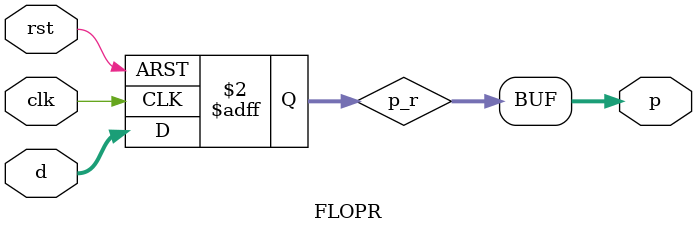
<source format=v>
module FLOPR #(parameter WIDTH=8)(clk,rst,d,p);
		input clk;
		input rst;
		input [WIDTH-1:0] d;
		output [WIDTH-1:0] p;
		
		reg [WIDTH-1:0] p_r;          
    always@(posedge clk or posedge rst) 
    begin
      if (rst) 
         p_r<=0;
      else 
         p_r<=d;
    end
    assign p=p_r;   
endmodule
</source>
